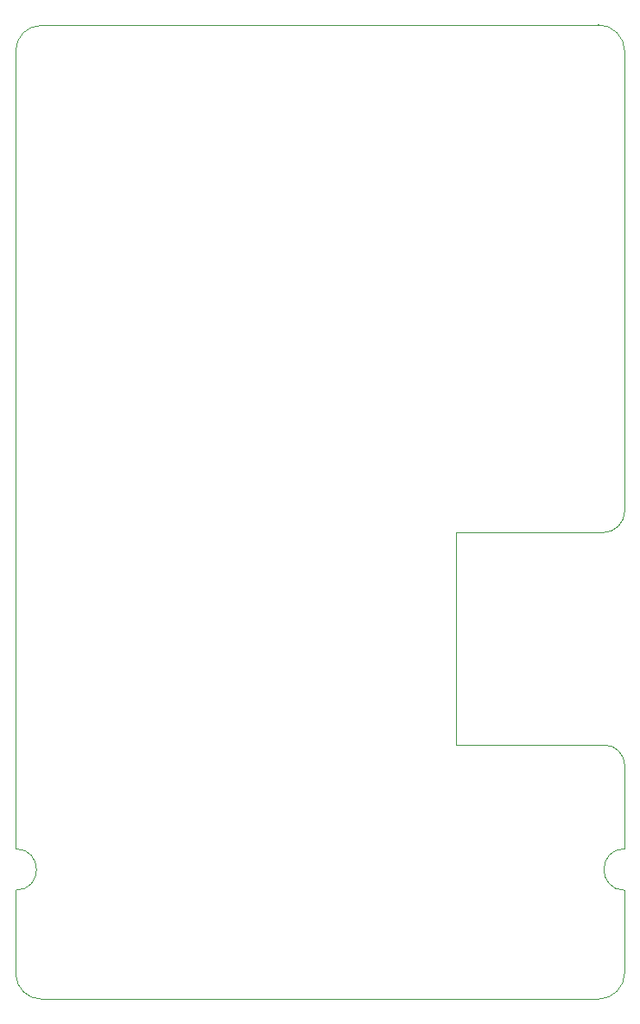
<source format=gbr>
G04 #@! TF.FileFunction,Profile,NP*
%FSLAX46Y46*%
G04 Gerber Fmt 4.6, Leading zero omitted, Abs format (unit mm)*
G04 Created by KiCad (PCBNEW 4.0.7) date 08/13/18 10:29:34*
%MOMM*%
%LPD*%
G01*
G04 APERTURE LIST*
%ADD10C,0.100000*%
G04 APERTURE END LIST*
D10*
X177698400Y-186182000D02*
X177698400Y-141122400D01*
X118008400Y-141071600D02*
X118008400Y-219252800D01*
X120497600Y-138582400D02*
X175107600Y-138531600D01*
X177698400Y-141122400D02*
G75*
G03X175107600Y-138531600I-2590800J0D01*
G01*
X120497600Y-138582400D02*
G75*
G03X118008400Y-141071600I0J-2489200D01*
G01*
X118008400Y-223316800D02*
G75*
G03X118008400Y-219252800I0J2032000D01*
G01*
X118008400Y-231495600D02*
X118008400Y-223316800D01*
X120497600Y-233984800D02*
X175107600Y-233984800D01*
X118008400Y-231495600D02*
G75*
G03X120497600Y-233984800I2489200J0D01*
G01*
X175107600Y-233984800D02*
G75*
G03X177698400Y-231394000I0J2590800D01*
G01*
X177698400Y-223316800D02*
X177698400Y-231444800D01*
X177698400Y-219252800D02*
G75*
G03X177698400Y-223316800I0J-2032000D01*
G01*
X177698400Y-211074000D02*
X177698400Y-219252800D01*
X175717200Y-209092800D02*
X161188400Y-209092800D01*
X177698400Y-211074000D02*
G75*
G03X175717200Y-209092800I-1981200J0D01*
G01*
X161188400Y-188264800D02*
X161188400Y-209092800D01*
X175615600Y-188264800D02*
X161188400Y-188264800D01*
X175615600Y-188264800D02*
G75*
G03X177698400Y-186182000I0J2082800D01*
G01*
M02*

</source>
